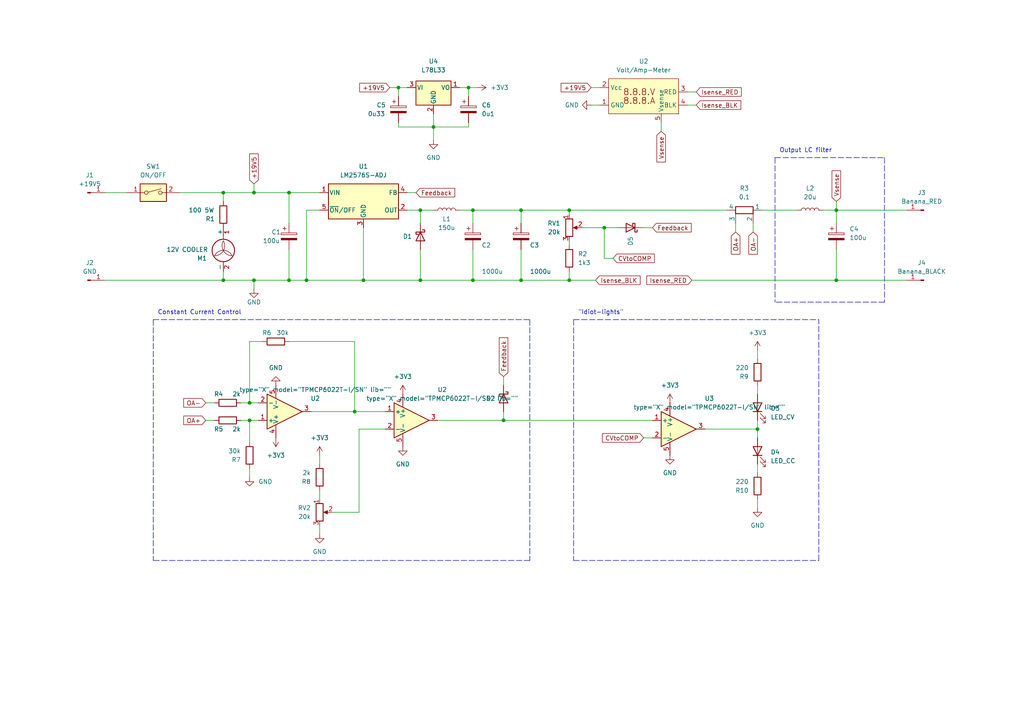
<source format=kicad_sch>
(kicad_sch (version 20211123) (generator eeschema)
  (paper "A4")
  (title_block (date "2024-04-05") (rev "5") (company "shklj"))
  (lib_symbols
    (symbol "Connector:Conn_01x01_Male" (pin_names (offset 1.016) hide)
      (property "Reference" "J" (at 0 2.54 0))
      (property "Value" "Conn_01x01_Male" (at 0 -2.54 0))
      (symbol "Conn_01x01_Male_1_1"
        (polyline (pts (xy 1.27 0) (xy 0.8636 0)) (stroke (width 0.1524)))
        (rectangle (start 0.8636 0.127) (end 0 -0.127) (stroke (width 0.1524)) (fill (type outline)))
        (pin passive line (at 5.08 0 180) (length 3.81) (name "Pin_1") (number "1"))
      )
    )
    (symbol "Device:C_Polarized" (pin_numbers hide) (pin_names (offset 0.254))
      (property "Reference" "C" (at 0.635 2.54 0))
      (property "Value" "C_Polarized" (at 0.635 -2.54 0))
      (symbol "C_Polarized_0_1"
        (rectangle (start -2.286 0.508) (end 2.286 1.016))
        (polyline (pts (xy -1.778 2.286) (xy -0.762 2.286)))
        (polyline (pts (xy -1.27 2.794) (xy -1.27 1.778)))
        (rectangle (start 2.286 -0.508) (end -2.286 -1.016) (fill (type outline)))
      )
      (symbol "C_Polarized_1_1"
        (pin passive line (at 0 3.81 270) (length 2.794) (name "~") (number "1"))
        (pin passive line (at 0 -3.81 90) (length 2.794) (name "~") (number "2"))
      )
    )
    (symbol "Device:D_Schottky" (pin_numbers hide) (pin_names (offset 1.016) hide)
      (property "Reference" "D" (at 0 2.54 0))
      (property "Value" "D_Schottky" (at 0 -2.54 0))
      (symbol "D_Schottky_0_1"
        (polyline (pts (xy 1.27 0) (xy -1.27 0)))
        (polyline (pts (xy 1.27 1.27) (xy 1.27 -1.27) (xy -1.27 0) (xy 1.27 1.27)) (stroke (width 0.254)))
        (polyline (pts (xy -1.905 0.635) (xy -1.905 1.27) (xy -1.27 1.27) (xy -1.27 -1.27) (xy -0.635 -1.27) (xy -0.635 -0.635)) (stroke (width 0.254)))
      )
      (symbol "D_Schottky_1_1"
        (pin passive line (at -3.81 0 0) (length 2.54) (name "K") (number "1"))
        (pin passive line (at 3.81 0 180) (length 2.54) (name "A") (number "2"))
      )
    )
    (symbol "Device:L" (pin_numbers hide) (pin_names (offset 1.016) hide)
      (property "Reference" "L" (at -1.27 0 90))
      (property "Value" "L" (at 1.905 0 90))
      (symbol "L_0_1"
        (arc (start 0 -2.54) (mid 0.635 -1.905) (end 0 -1.27))
        (arc (start 0 -1.27) (mid 0.635 -0.635) (end 0 0))
        (arc (start 0 0) (mid 0.635 0.635) (end 0 1.27))
        (arc (start 0 1.27) (mid 0.635 1.905) (end 0 2.54))
      )
      (symbol "L_1_1"
        (pin passive line (at 0 3.81 270) (length 1.27) (name "1") (number "1"))
        (pin passive line (at 0 -3.81 90) (length 1.27) (name "2") (number "2"))
      )
    )
    (symbol "Device:LED" (pin_numbers hide) (pin_names (offset 1.016) hide)
      (property "Reference" "D" (at 0 2.54 0))
      (property "Value" "LED" (at 0 -2.54 0))
      (symbol "LED_0_1"
        (polyline (pts (xy -1.27 -1.27) (xy -1.27 1.27)) (stroke (width 0.254)))
        (polyline (pts (xy -1.27 0) (xy 1.27 0)))
        (polyline (pts (xy 1.27 -1.27) (xy 1.27 1.27) (xy -1.27 0) (xy 1.27 -1.27)) (stroke (width 0.254)))
        (polyline (pts (xy -3.048 -0.762) (xy -4.572 -2.286) (xy -3.81 -2.286) (xy -4.572 -2.286) (xy -4.572 -1.524)))
        (polyline (pts (xy -1.778 -0.762) (xy -3.302 -2.286) (xy -2.54 -2.286) (xy -3.302 -2.286) (xy -3.302 -1.524)))
      )
      (symbol "LED_1_1"
        (pin passive line (at -3.81 0 0) (length 2.54) (name "K") (number "1"))
        (pin passive line (at 3.81 0 180) (length 2.54) (name "A") (number "2"))
      )
    )
    (symbol "Device:R" (pin_numbers hide) (pin_names (offset 0))
      (property "Reference" "R" (at 2.032 0 90))
      (property "Value" "R" (at 0 0 90))
      (symbol "R_0_1"
        (rectangle (start -1.016 -2.54) (end 1.016 2.54) (stroke (width 0.254)))
      )
      (symbol "R_1_1"
        (pin passive line (at 0 3.81 270) (length 1.27) (name "~") (number "1"))
        (pin passive line (at 0 -3.81 90) (length 1.27) (name "~") (number "2"))
      )
    )
    (symbol "Device:R_Potentiometer" (pin_names (offset 1.016) hide)
      (property "Reference" "RV" (at -4.445 0 90))
      (property "Value" "R_Potentiometer" (at -2.54 0 90))
      (symbol "R_Potentiometer_0_1"
        (polyline (pts (xy 2.54 0) (xy 1.524 0)))
        (polyline (pts (xy 1.143 0) (xy 2.286 0.508) (xy 2.286 -0.508) (xy 1.143 0)) (fill (type outline)))
        (rectangle (start 1.016 2.54) (end -1.016 -2.54) (stroke (width 0.254)))
      )
      (symbol "R_Potentiometer_1_1"
        (pin passive line (at 0 3.81 270) (length 1.27) (name "1") (number "1"))
        (pin passive line (at 3.81 0 180) (length 1.27) (name "2") (number "2"))
        (pin passive line (at 0 -3.81 90) (length 1.27) (name "3") (number "3"))
      )
    )
    (symbol "Device:R_Shunt" (pin_numbers hide) (pin_names (offset 0))
      (property "Reference" "R" (at -4.445 0 90))
      (property "Value" "R_Shunt" (at -2.54 0 90))
      (symbol "R_Shunt_0_1"
        (rectangle (start -1.016 -2.54) (end 1.016 2.54) (stroke (width 0.254)))
        (polyline (pts (xy 0 -2.54) (xy 1.27 -2.54)))
        (polyline (pts (xy 1.27 2.54) (xy 0 2.54)))
      )
      (symbol "R_Shunt_1_1"
        (pin passive line (at 0 5.08 270) (length 2.54) (name "1") (number "1"))
        (pin passive line (at 3.81 2.54 180) (length 2.54) (name "2") (number "2"))
        (pin passive line (at 3.81 -2.54 180) (length 2.54) (name "3") (number "3"))
        (pin passive line (at 0 -5.08 90) (length 2.54) (name "4") (number "4"))
      )
    )
    (symbol "Motor:Fan" (pin_names (offset 0))
      (property "Reference" "M" (at 2.54 5.08 0))
      (property "Value" "Fan" (at 2.54 -2.54 0))
      (symbol "Fan_0_1"
        (arc (start -2.54 -0.508) (mid -0.0014 0.9048) (end 0 3.81))
        (polyline (pts (xy 0 -5.08) (xy 0 -4.572)))
        (polyline (pts (xy 0 -2.2352) (xy 0 -2.6416)))
        (polyline (pts (xy 0 4.2672) (xy 0 4.6228)))
        (polyline (pts (xy 0 4.572) (xy 0 5.08)))
        (circle (center 0 1.016) (radius 3.2512) (stroke (width 0.254)))
        (arc (start 0 3.81) (mid 0.0468 0.9315) (end 2.54 -0.508))
        (arc (start 2.54 -0.508) (mid 0 1.0618) (end -2.54 -0.508))
      )
      (symbol "Fan_1_1"
        (pin passive line (at 0 7.62 270) (length 2.54) (name "+") (number "1"))
        (pin passive line (at 0 -5.08 90) (length 2.54) (name "-") (number "2"))
      )
    )
    (symbol "Regulator_Linear:L78L33_TO92" (pin_names (offset 0.254))
      (property "Reference" "U" (at -3.81 3.175 0))
      (property "Value" "L78L33_TO92" (at 0 3.175 0))
      (symbol "L78L33_TO92_0_1"
        (rectangle (start -5.08 -5.08) (end 5.08 1.905) (stroke (width 0.254)) (fill (type background)))
      )
      (symbol "L78L33_TO92_1_1"
        (pin power_out line (at 7.62 0 180) (length 2.54) (name "VO") (number "1"))
        (pin power_in line (at 0 -7.62 90) (length 2.54) (name "GND") (number "2"))
        (pin power_in line (at -7.62 0 0) (length 2.54) (name "VI") (number "3"))
      )
    )
    (symbol "Regulator_Switching:LM2576S-ADJ" (pin_names (offset 0.254))
      (property "Reference" "U" (at -10.16 6.35 0))
      (property "Value" "LM2576S-ADJ" (at 0 6.35 0))
      (symbol "LM2576S-ADJ_0_1"
        (rectangle (start -10.16 5.08) (end 10.16 -5.08) (stroke (width 0.254)) (fill (type background)))
      )
      (symbol "LM2576S-ADJ_1_1"
        (pin power_in line (at -12.7 2.54 0) (length 2.54) (name "VIN") (number "1"))
        (pin output line (at 12.7 -2.54 180) (length 2.54) (name "OUT") (number "2"))
        (pin power_in line (at 0 -7.62 90) (length 2.54) (name "GND") (number "3"))
        (pin input line (at 12.7 2.54 180) (length 2.54) (name "FB") (number "4"))
        (pin input line (at -12.7 -2.54 0) (length 2.54) (name "~{ON}/OFF") (number "5"))
      )
    )
    (symbol "Simulation_SPICE:OPAMP" (pin_names (offset 0.254))
      (property "Reference" "U" (at 3.81 3.175 0))
      (property "Value" "OPAMP" (at 3.81 -3.175 0))
      (symbol "OPAMP_0_1"
        (polyline (pts (xy 5.08 0) (xy -5.08 5.08) (xy -5.08 -5.08) (xy 5.08 0)) (stroke (width 0.254)) (fill (type background)))
      )
      (symbol "OPAMP_1_1"
        (pin input line (at -7.62 2.54 0) (length 2.54) (name "+") (number "1"))
        (pin input line (at -7.62 -2.54 0) (length 2.54) (name "-") (number "2"))
        (pin output line (at 7.62 0 180) (length 2.54) (name "~") (number "3"))
        (pin power_in line (at -2.54 7.62 270) (length 3.81) (name "V+") (number "4"))
        (pin power_in line (at -2.54 -7.62 90) (length 3.81) (name "V-") (number "5"))
      )
    )
    (symbol "Switch:SW_DIP_x01" (pin_names (offset 0) hide)
      (property "Reference" "SW" (at 0 3.81 0))
      (property "Value" "SW_DIP_x01" (at 0 -3.81 0))
      (symbol "SW_DIP_x01_0_0"
        (circle (center -2.032 0) (radius 0.508))
        (polyline (pts (xy -1.524 0.127) (xy 2.3622 1.1684)))
        (circle (center 2.032 0) (radius 0.508))
      )
      (symbol "SW_DIP_x01_0_1"
        (rectangle (start -3.81 2.54) (end 3.81 -2.54) (stroke (width 0.254)) (fill (type background)))
      )
      (symbol "SW_DIP_x01_1_1"
        (pin passive line (at -7.62 0 0) (length 5.08) (name "~") (number "1"))
        (pin passive line (at 7.62 0 180) (length 5.08) (name "~") (number "2"))
      )
    )
    (symbol "Volt{slash}Amp-Meter_1"
      (property "Reference" "U1" (at 0 10.16 0))
      (property "Value" "Volt/Amp-Meter" (at 0 7.62 0))
      (symbol "Volt{slash}Amp-Meter_1_0_0"
        (text "8.8.8.A" (at -1.27 -1.27 0) (effects (font (size 1.8 1.8))))
        (text "8.8.8.V" (at -1.27 1.27 0) (effects (font (size 1.8 1.8))))
      )
      (symbol "Volt{slash}Amp-Meter_1_0_1"
        (rectangle (start 10.16 -5.08) (end -10.16 5.08) (fill (type background)))
      )
      (symbol "Volt{slash}Amp-Meter_1_1_1"
        (pin input line (at -12.7 -2.54 0) (length 2.54) (name "GND") (number "1"))
        (pin input line (at -12.7 2.54 0) (length 2.54) (name "Vcc") (number "2"))
        (pin input line (at 12.7 1.27 180) (length 2.54) (name "RED") (number "3"))
        (pin input line (at 12.7 -2.54 180) (length 2.54) (name "BLK") (number "4"))
        (pin input line (at 5.08 -7.62 90) (length 2.54) (name "Vsense") (number "5"))
      )
    )
    (symbol "power:+3V3" (power) (pin_names (offset 0))
      (property "Value" "+3V3" (at 0 3.556 0))
      (symbol "+3V3_0_1"
        (polyline (pts (xy -0.762 1.27) (xy 0 2.54)))
        (polyline (pts (xy 0 0) (xy 0 2.54)))
        (polyline (pts (xy 0 2.54) (xy 0.762 1.27)))
      )
      (symbol "+3V3_1_1"
        (pin power_in line (at 0 0 90) (length 0) hide (name "+3V3") (number "1"))
      )
    )
    (symbol "power:GND" (power) (pin_names (offset 0))
      (property "Value" "GND" (at 0 -3.81 0))
      (symbol "GND_0_1"
        (polyline (pts (xy 0 0) (xy 0 -1.27) (xy 1.27 -1.27) (xy 0 -2.54) (xy -1.27 -1.27) (xy 0 -1.27)))
      )
      (symbol "GND_1_1"
        (pin power_in line (at 0 0 270) (length 0) hide (name "GND") (number "1"))
      )
    )
  )
  (junction (at 105.41 81.28))
  (junction (at 121.92 60.96))
  (junction (at 175.26 66.04))
  (junction (at 242.57 81.28))
  (junction (at 115.57 25.4))
  (junction (at 72.39 116.84))
  (junction (at 137.16 60.96))
  (junction (at 125.73 36.83))
  (junction (at 151.13 60.96))
  (junction (at 64.77 55.88))
  (junction (at 73.66 81.28))
  (junction (at 73.66 55.88))
  (junction (at 146.05 121.92))
  (junction (at 83.82 55.88))
  (junction (at 219.71 124.46))
  (junction (at 137.16 81.28))
  (junction (at 151.13 81.28))
  (junction (at 165.1 81.28))
  (junction (at 135.89 25.4))
  (junction (at 88.9 81.28))
  (junction (at 83.82 81.28))
  (junction (at 242.57 60.96))
  (junction (at 72.39 121.92))
  (junction (at 102.87 119.38))
  (junction (at 121.92 81.28))
  (junction (at 165.1 60.96))
  (junction (at 64.77 81.28))
  (wire (pts (xy 137.16 60.96) (xy 151.13 60.96)))
  (wire (pts (xy 151.13 60.96) (xy 165.1 60.96)))
  (wire (pts (xy 104.14 148.59) (xy 104.14 124.46)))
  (wire (pts (xy 168.91 66.04) (xy 175.26 66.04)))
  (wire (pts (xy 121.92 72.39) (xy 121.92 81.28)))
  (wire (pts (xy 92.71 142.24) (xy 92.71 144.78)))
  (wire (pts (xy 219.71 134.62) (xy 219.71 137.16)))
  (wire (pts (xy 171.45 30.48) (xy 173.99 30.48)))
  (wire (pts (xy 102.87 119.38) (xy 111.76 119.38)))
  (polyline (pts (xy 166.37 162.56) (xy 237.49 162.56)))
  (wire (pts (xy 105.41 66.04) (xy 105.41 81.28)))
  (wire (pts (xy 69.85 116.84) (xy 72.39 116.84)))
  (wire (pts (xy 218.44 64.77) (xy 218.44 67.31)))
  (polyline (pts (xy 224.79 45.72) (xy 256.54 45.72)))
  (wire (pts (xy 242.57 60.96) (xy 238.76 60.96)))
  (polyline (pts (xy 44.45 92.71) (xy 153.67 92.71)))
  (wire (pts (xy 133.35 60.96) (xy 137.16 60.96)))
  (polyline (pts (xy 153.67 92.71) (xy 153.67 162.56)))
  (wire (pts (xy 64.77 78.74) (xy 64.77 81.28)))
  (wire (pts (xy 135.89 36.83) (xy 125.73 36.83)))
  (wire (pts (xy 92.71 152.4) (xy 92.71 154.94)))
  (wire (pts (xy 219.71 144.78) (xy 219.71 147.32)))
  (polyline (pts (xy 166.37 92.71) (xy 166.37 162.56)))
  (wire (pts (xy 219.71 111.76) (xy 219.71 114.3)))
  (wire (pts (xy 125.73 33.02) (xy 125.73 36.83)))
  (wire (pts (xy 151.13 81.28) (xy 137.16 81.28)))
  (wire (pts (xy 151.13 81.28) (xy 165.1 81.28)))
  (wire (pts (xy 165.1 60.96) (xy 210.82 60.96)))
  (wire (pts (xy 30.48 81.28) (xy 64.77 81.28)))
  (wire (pts (xy 83.82 99.06) (xy 102.87 99.06)))
  (wire (pts (xy 242.57 72.39) (xy 242.57 81.28)))
  (wire (pts (xy 83.82 55.88) (xy 83.82 64.77)))
  (wire (pts (xy 72.39 121.92) (xy 69.85 121.92)))
  (wire (pts (xy 64.77 58.42) (xy 64.77 55.88)))
  (wire (pts (xy 73.66 81.28) (xy 73.66 83.82)))
  (wire (pts (xy 199.39 30.48) (xy 201.93 30.48)))
  (wire (pts (xy 146.05 109.22) (xy 146.05 111.76)))
  (wire (pts (xy 30.48 55.88) (xy 36.83 55.88)))
  (wire (pts (xy 105.41 81.28) (xy 121.92 81.28)))
  (wire (pts (xy 191.77 35.56) (xy 191.77 38.1)))
  (wire (pts (xy 102.87 99.06) (xy 102.87 119.38)))
  (wire (pts (xy 88.9 81.28) (xy 105.41 81.28)))
  (polyline (pts (xy 224.79 45.72) (xy 224.79 87.63)))
  (polyline (pts (xy 256.54 87.63) (xy 224.79 87.63)))
  (wire (pts (xy 137.16 60.96) (xy 137.16 64.77)))
  (wire (pts (xy 165.1 78.74) (xy 165.1 81.28)))
  (wire (pts (xy 72.39 135.89) (xy 72.39 138.43)))
  (wire (pts (xy 135.89 25.4) (xy 138.43 25.4)))
  (wire (pts (xy 59.69 116.84) (xy 62.23 116.84)))
  (wire (pts (xy 219.71 124.46) (xy 219.71 127)))
  (wire (pts (xy 52.07 55.88) (xy 64.77 55.88)))
  (wire (pts (xy 175.26 66.04) (xy 179.07 66.04)))
  (wire (pts (xy 220.98 60.96) (xy 231.14 60.96)))
  (wire (pts (xy 165.1 62.23) (xy 165.1 60.96)))
  (wire (pts (xy 242.57 81.28) (xy 262.89 81.28)))
  (wire (pts (xy 165.1 71.12) (xy 165.1 69.85)))
  (wire (pts (xy 137.16 81.28) (xy 121.92 81.28)))
  (wire (pts (xy 64.77 81.28) (xy 73.66 81.28)))
  (polyline (pts (xy 256.54 45.72) (xy 256.54 87.63)))
  (wire (pts (xy 213.36 64.77) (xy 213.36 67.31)))
  (wire (pts (xy 76.2 99.06) (xy 72.39 99.06)))
  (wire (pts (xy 115.57 25.4) (xy 115.57 27.94)))
  (wire (pts (xy 83.82 72.39) (xy 83.82 81.28)))
  (wire (pts (xy 104.14 124.46) (xy 111.76 124.46)))
  (wire (pts (xy 165.1 81.28) (xy 172.72 81.28)))
  (wire (pts (xy 135.89 35.56) (xy 135.89 36.83)))
  (wire (pts (xy 127 121.92) (xy 146.05 121.92)))
  (wire (pts (xy 146.05 121.92) (xy 189.23 121.92)))
  (polyline (pts (xy 166.37 92.71) (xy 237.49 92.71)))
  (wire (pts (xy 175.26 74.93) (xy 175.26 66.04)))
  (wire (pts (xy 242.57 58.42) (xy 242.57 60.96)))
  (wire (pts (xy 72.39 116.84) (xy 74.93 116.84)))
  (wire (pts (xy 200.66 81.28) (xy 242.57 81.28)))
  (wire (pts (xy 83.82 55.88) (xy 92.71 55.88)))
  (wire (pts (xy 204.47 124.46) (xy 219.71 124.46)))
  (wire (pts (xy 88.9 60.96) (xy 88.9 81.28)))
  (wire (pts (xy 96.52 148.59) (xy 104.14 148.59)))
  (wire (pts (xy 146.05 119.38) (xy 146.05 121.92)))
  (wire (pts (xy 92.71 60.96) (xy 88.9 60.96)))
  (wire (pts (xy 186.69 66.04) (xy 189.23 66.04)))
  (wire (pts (xy 133.35 25.4) (xy 135.89 25.4)))
  (wire (pts (xy 137.16 72.39) (xy 137.16 81.28)))
  (wire (pts (xy 72.39 121.92) (xy 72.39 128.27)))
  (wire (pts (xy 135.89 25.4) (xy 135.89 27.94)))
  (polyline (pts (xy 44.45 92.71) (xy 44.45 162.56)))
  (wire (pts (xy 115.57 25.4) (xy 118.11 25.4)))
  (wire (pts (xy 177.8 74.93) (xy 175.26 74.93)))
  (wire (pts (xy 186.69 127) (xy 189.23 127)))
  (wire (pts (xy 199.39 26.67) (xy 201.93 26.67)))
  (wire (pts (xy 113.03 25.4) (xy 115.57 25.4)))
  (wire (pts (xy 73.66 55.88) (xy 83.82 55.88)))
  (wire (pts (xy 118.11 60.96) (xy 121.92 60.96)))
  (wire (pts (xy 115.57 35.56) (xy 115.57 36.83)))
  (wire (pts (xy 74.93 121.92) (xy 72.39 121.92)))
  (wire (pts (xy 118.11 55.88) (xy 120.65 55.88)))
  (polyline (pts (xy 237.49 162.56) (xy 237.49 92.71)))
  (wire (pts (xy 171.45 25.4) (xy 173.99 25.4)))
  (wire (pts (xy 92.71 132.08) (xy 92.71 134.62)))
  (wire (pts (xy 59.69 121.92) (xy 62.23 121.92)))
  (wire (pts (xy 73.66 81.28) (xy 83.82 81.28)))
  (wire (pts (xy 115.57 36.83) (xy 125.73 36.83)))
  (wire (pts (xy 90.17 119.38) (xy 102.87 119.38)))
  (wire (pts (xy 242.57 60.96) (xy 262.89 60.96)))
  (wire (pts (xy 121.92 60.96) (xy 125.73 60.96)))
  (wire (pts (xy 73.66 53.34) (xy 73.66 55.88)))
  (wire (pts (xy 121.92 64.77) (xy 121.92 60.96)))
  (wire (pts (xy 125.73 36.83) (xy 125.73 40.64)))
  (wire (pts (xy 83.82 81.28) (xy 88.9 81.28)))
  (wire (pts (xy 151.13 60.96) (xy 151.13 64.77)))
  (wire (pts (xy 64.77 55.88) (xy 73.66 55.88)))
  (polyline (pts (xy 153.67 162.56) (xy 44.45 162.56)))
  (wire (pts (xy 151.13 72.39) (xy 151.13 81.28)))
  (wire (pts (xy 72.39 99.06) (xy 72.39 116.84)))
  (wire (pts (xy 219.71 101.6) (xy 219.71 104.14)))
  (wire (pts (xy 219.71 121.92) (xy 219.71 124.46)))
  (wire (pts (xy 242.57 64.77) (xy 242.57 60.96)))
  (text "Constant Current Control" (at 45.72 91.44 0) (effects (font (size 1.27 1.27)) (justify left bottom)))
  (text "\"Idiot-lights\"" (at 167.64 91.44 0) (effects (font (size 1.27 1.27)) (justify left bottom)))
  (text "Output LC filter" (at 226.06 44.45 0) (effects (font (size 1.27 1.27)) (justify left bottom)))
  (global_label "+19V5" (shape input) (at 73.66 53.34 90) (property "Intersheet References" "${INTERSHEET_REFS}" (effects hide)))
  (global_label "OA-" (shape input) (at 218.44 67.31 270) (property "Intersheet References" "${INTERSHEET_REFS}" (effects hide)))
  (global_label "+19V5" (shape input) (at 113.03 25.4 180) (property "Intersheet References" "${INTERSHEET_REFS}" (effects hide)))
  (global_label "Feedback" (shape input) (at 189.23 66.04 0) (property "Intersheet References" "${INTERSHEET_REFS}" (effects hide)))
  (global_label "Feedback" (shape input) (at 120.65 55.88 0) (property "Intersheet References" "${INTERSHEET_REFS}" (effects hide)))
  (global_label "Vsense" (shape input) (at 191.77 38.1 270) (property "Intersheet References" "${INTERSHEET_REFS}" (effects hide)))
  (global_label "Isense_RED" (shape input) (at 200.66 81.28 180) (property "Intersheet References" "${INTERSHEET_REFS}" (effects hide)))
  (global_label "Isense_BLK" (shape input) (at 201.93 30.48 0) (property "Intersheet References" "${INTERSHEET_REFS}" (effects hide)))
  (global_label "OA-" (shape input) (at 59.69 116.84 180) (property "Intersheet References" "${INTERSHEET_REFS}" (effects hide)))
  (global_label "Isense_BLK" (shape input) (at 172.72 81.28 0) (property "Intersheet References" "${INTERSHEET_REFS}" (effects hide)))
  (global_label "OA+" (shape input) (at 59.69 121.92 180) (property "Intersheet References" "${INTERSHEET_REFS}" (effects hide)))
  (global_label "Vsense" (shape input) (at 242.57 58.42 90) (property "Intersheet References" "${INTERSHEET_REFS}" (effects hide)))
  (global_label "Isense_RED" (shape input) (at 201.93 26.67 0) (property "Intersheet References" "${INTERSHEET_REFS}" (effects hide)))
  (global_label "CVtoCOMP" (shape input) (at 177.8 74.93 0) (property "Intersheet References" "${INTERSHEET_REFS}" (effects hide)))
  (global_label "OA+" (shape input) (at 213.36 67.31 270) (property "Intersheet References" "${INTERSHEET_REFS}" (effects hide)))
  (global_label "+19V5" (shape input) (at 171.45 25.4 180) (property "Intersheet References" "${INTERSHEET_REFS}" (effects hide)))
  (global_label "Feedback" (shape input) (at 146.05 109.22 90) (property "Intersheet References" "${INTERSHEET_REFS}" (effects hide)))
  (global_label "CVtoCOMP" (shape input) (at 186.69 127 180) (property "Intersheet References" "${INTERSHEET_REFS}" (effects hide)))
  (symbol (lib_id "power:GND") (at 219.71 147.32 0) (unit 1)
    (property "Reference" "#PWR?" (effects hide))
    (property "Value" "GND" (at 219.71 152.4 0))
  )
  (symbol (lib_id "Device:R") (at 72.39 132.08 180) (unit 1)
    (property "Reference" "R7" (at 69.85 133.35 0) (effects (justify left)))
    (property "Value" "30k" (at 69.85 130.81 0) (effects (justify left)))
  )
  (symbol (lib_id "Device:C_Polarized") (at 137.16 68.58 0) (unit 1)
    (property "Reference" "C2" (at 139.7 71.12 0) (effects (justify left)))
    (property "Value" "1000u" (at 139.7 78.74 0) (effects (justify left)))
  )
  (symbol (lib_id "Device:L") (at 129.54 60.96 90) (unit 1)
    (property "Reference" "L1" (at 129.54 63.5 90))
    (property "Value" "150u" (at 129.54 66.04 90))
  )
  (symbol (lib_id "power:GND") (at 125.73 40.64 0) (unit 1)
    (property "Reference" "#PWR?" (effects hide))
    (property "Value" "GND" (at 125.73 45.72 0))
  )
  (symbol (lib_id "Device:R") (at 66.04 116.84 90) (mirror x) (unit 1)
    (property "Reference" "R4" (at 64.77 114.3 90) (effects (justify left)))
    (property "Value" "2k" (at 69.85 114.3 90) (effects (justify left)))
  )
  (symbol (lib_id "Device:R_Potentiometer") (at 92.71 148.59 0) (unit 1)
    (property "Reference" "RV2" (at 90.17 147.3199 0) (effects (justify right)))
    (property "Value" "20k" (at 90.17 149.8599 0) (effects (justify right)))
  )
  (symbol (lib_id "Connector:Conn_01x01_Male") (at 25.4 81.28 0) (unit 1)
    (property "Reference" "J2" (at 26.035 76.2 0))
    (property "Value" "GND" (at 26.035 78.74 0))
  )
  (symbol (lib_id "Connector:Conn_01x01_Male") (at 25.4 55.88 0) (unit 1)
    (property "Reference" "J1" (at 26.035 50.8 0))
    (property "Value" "+19V5" (at 26.035 53.34 0))
  )
  (symbol (lib_id "power:+3V3") (at 116.84 114.3 0) (unit 1)
    (property "Reference" "#PWR?" (effects hide))
    (property "Value" "+3V3" (at 116.84 109.22 0))
  )
  (symbol (lib_id "Device:R") (at 66.04 121.92 90) (mirror x) (unit 1)
    (property "Reference" "R5" (at 64.77 124.46 90) (effects (justify left)))
    (property "Value" "2k" (at 69.85 124.46 90) (effects (justify left)))
  )
  (symbol (lib_id "Device:R_Shunt") (at 215.9 60.96 270) (unit 1)
    (property "Reference" "R3" (at 215.9 54.61 90))
    (property "Value" "0.1" (at 215.9 57.15 90))
  )
  (symbol (lib_id "Switch:SW_DIP_x01") (at 44.45 55.88 0) (unit 1)
    (property "Reference" "SW1" (at 44.45 48.26 0))
    (property "Value" "ON/OFF" (at 44.45 50.8 0))
  )
  (symbol (lib_id "power:+3V3") (at 80.01 127 0) (mirror x) (unit 1)
    (property "Reference" "#PWR?" (effects hide))
    (property "Value" "+3V3" (at 80.01 132.08 0))
  )
  (symbol (lib_id "Device:C_Polarized") (at 83.82 68.58 0) (unit 1)
    (property "Reference" "C1" (at 78.74 67.31 0) (effects (justify left)))
    (property "Value" "100u" (at 76.2 69.85 0) (effects (justify left)))
  )
  (symbol (lib_id "Device:R") (at 64.77 62.23 180) (unit 1)
    (property "Reference" "R1" (at 60.96 63.5 0))
    (property "Value" "100 5W" (at 58.42 60.96 0))
  )
  (symbol (lib_id "Motor:Fan") (at 64.77 73.66 0) (unit 1)
    (property "Reference" "M1" (at 57.15 74.93 0) (effects (justify left)))
    (property "Value" "12V COOLER" (at 48.26 72.39 0) (effects (justify left)))
  )
  (symbol (lib_id "Device:R_Potentiometer") (at 165.1 66.04 0) (unit 1)
    (property "Reference" "RV1" (at 162.56 64.7699 0) (effects (justify right)))
    (property "Value" "20k" (at 162.56 67.3099 0) (effects (justify right)))
  )
  (symbol (lib_id "Device:D_Schottky") (at 121.92 68.58 270) (unit 1)
    (property "Reference" "D1" (at 116.84 68.58 90) (effects (justify left)))
    (property "Value" "D_Schottky" (effects hide))
  )
  (symbol (lib_id "Regulator_Linear:L78L33_TO92") (at 125.73 25.4 0) (unit 1)
    (property "Reference" "U4" (at 125.73 17.78 0))
    (property "Value" "L78L33" (at 125.73 20.32 0))
    (property "Footprint" "Package_TO_SOT_THT:TO-92_Inline" (effects hide))
    (property "Datasheet" "http://www.st.com/content/ccc/resource/technical/document/datasheet/15/55/e5/aa/23/5b/43/fd/CD00000446.pdf/files/CD00000446.pdf/jcr:content/translations/en.CD00000446.pdf" (effects hide))
  )
  (symbol (lib_id "power:GND") (at 171.45 30.48 270) (unit 1)
    (property "Reference" "#PWR?" (effects hide))
    (property "Value" "GND" (at 163.83 30.48 90) (effects (justify left)))
  )
  (symbol (lib_id "power:GND") (at 116.84 129.54 0) (unit 1)
    (property "Reference" "#PWR?" (effects hide))
    (property "Value" "GND" (at 116.84 134.62 0))
  )
  (symbol (lib_id "Regulator_Switching:LM2576S-ADJ") (at 105.41 58.42 0) (unit 1)
    (property "Reference" "U1" (at 105.41 48.26 0))
    (property "Value" "LM2576S-ADJ" (at 105.41 50.8 0))
    (property "Footprint" "Package_TO_SOT_SMD:TO-263-5_TabPin3" (effects hide))
    (property "Datasheet" "http://www.ti.com/lit/ds/symlink/lm2576.pdf" (effects hide))
  )
  (symbol (lib_id "power:GND") (at 73.66 83.82 0) (unit 1)
    (property "Reference" "#PWR?" (effects hide))
    (property "Value" "GND" (at 73.66 87.63 0))
  )
  (symbol (lib_name "Volt{slash}Amp-Meter_1") (lib_id "My-Library:Volt{slash}Amp-Meter") (at 186.69 27.94 0) (unit 1)
    (property "Reference" "U2" (at 186.69 17.78 0))
    (property "Value" "Volt/Amp-Meter" (at 186.69 20.32 0))
  )
  (symbol (lib_id "power:+3V3") (at 138.43 25.4 270) (mirror x) (unit 1)
    (property "Reference" "#PWR?" (effects hide))
    (property "Value" "+3V3" (at 142.24 25.3999 90) (effects (justify left)))
  )
  (symbol (lib_id "Device:L") (at 234.95 60.96 90) (unit 1)
    (property "Reference" "L2" (at 234.95 54.61 90))
    (property "Value" "20u" (at 234.95 57.15 90))
  )
  (symbol (lib_id "power:+3V3") (at 194.31 116.84 0) (unit 1)
    (property "Reference" "#PWR?" (effects hide))
    (property "Value" "+3V3" (at 194.31 111.76 0))
  )
  (symbol (lib_id "Device:D_Schottky") (at 182.88 66.04 180) (unit 1)
    (property "Reference" "D5" (at 182.88 68.58 90) (effects (justify left)))
    (property "Value" "D_Schottky" (effects hide))
  )
  (symbol (lib_id "Device:LED") (at 219.71 130.81 90) (unit 1)
    (property "Reference" "D4" (at 223.52 131.1274 90) (effects (justify right)))
    (property "Value" "LED_CC" (at 223.52 133.6674 90) (effects (justify right)))
  )
  (symbol (lib_id "power:GND") (at 72.39 138.43 0) (mirror y) (unit 1)
    (property "Reference" "#PWR?" (effects hide))
    (property "Value" "GND" (at 74.93 139.6999 0) (effects (justify right)))
  )
  (symbol (lib_id "Device:R") (at 92.71 138.43 180) (unit 1)
    (property "Reference" "R8" (at 90.17 139.7 0) (effects (justify left)))
    (property "Value" "2k" (at 90.17 137.16 0) (effects (justify left)))
  )
  (symbol (lib_id "Connector:Conn_01x01_Male") (at 267.97 60.96 180) (unit 1)
    (property "Reference" "J3" (at 267.335 55.88 0))
    (property "Value" "Banana_RED" (at 267.335 58.42 0))
  )
  (symbol (lib_id "Connector:Conn_01x01_Male") (at 267.97 81.28 180) (unit 1)
    (property "Reference" "J4" (at 267.335 76.2 0))
    (property "Value" "Banana_BLACK" (at 267.335 78.74 0))
  )
  (symbol (lib_id "Device:R") (at 80.01 99.06 90) (unit 1)
    (property "Reference" "R6" (at 78.74 96.52 90) (effects (justify left)))
    (property "Value" "30k" (at 83.82 96.52 90) (effects (justify left)))
  )
  (symbol (lib_id "Device:C_Polarized") (at 151.13 68.58 0) (unit 1)
    (property "Reference" "C3" (at 153.67 71.12 0) (effects (justify left)))
    (property "Value" "1000u" (at 153.67 78.74 0) (effects (justify left)))
  )
  (symbol (lib_id "Device:D_Schottky") (at 146.05 115.57 270) (unit 1)
    (property "Reference" "D2" (at 140.97 115.57 90) (effects (justify left)))
    (property "Value" "D_Schottky" (effects hide))
  )
  (symbol (lib_id "Device:R") (at 219.71 140.97 180) (unit 1)
    (property "Reference" "R10" (at 217.17 142.24 0) (effects (justify left)))
    (property "Value" "220" (at 217.17 139.7 0) (effects (justify left)))
  )
  (symbol (lib_id "Simulation_SPICE:OPAMP") (at 119.38 121.92 0) (unit 1)
    (property "Reference" "U2" (at 128.27 113.03 0))
    (property "Value" "TPMCP6022T-I/SN" (at 128.27 115.57 0))
    (property "Spice_Netlist_Enabled" "Y" (effects hide))
    (property "Spice_Primitive" "X" (effects hide))
  )
  (symbol (lib_id "Simulation_SPICE:OPAMP") (at 82.55 119.38 0) (mirror x) (unit 1)
    (property "Reference" "U2" (at 91.44 115.57 0))
    (property "Value" "TPMCP6022T-I/SN" (at 91.44 113.03 0))
    (property "Spice_Netlist_Enabled" "Y" (effects hide))
    (property "Spice_Primitive" "X" (effects hide))
  )
  (symbol (lib_id "power:GND") (at 194.31 132.08 0) (unit 1)
    (property "Reference" "#PWR?" (effects hide))
    (property "Value" "GND" (at 194.31 137.16 0))
  )
  (symbol (lib_id "power:GND") (at 80.01 111.76 0) (mirror x) (unit 1)
    (property "Reference" "#PWR?" (effects hide))
    (property "Value" "GND" (at 80.01 106.68 0))
  )
  (symbol (lib_id "power:+3V3") (at 92.71 132.08 0) (unit 1)
    (property "Reference" "#PWR?" (effects hide))
    (property "Value" "+3V3" (at 92.71 127 0))
  )
  (symbol (lib_id "Device:R") (at 219.71 107.95 180) (unit 1)
    (property "Reference" "R9" (at 217.17 109.22 0) (effects (justify left)))
    (property "Value" "220" (at 217.17 106.68 0) (effects (justify left)))
  )
  (symbol (lib_id "Device:LED") (at 219.71 118.11 90) (unit 1)
    (property "Reference" "D3" (at 223.52 118.4274 90) (effects (justify right)))
    (property "Value" "LED_CV" (at 223.52 120.9674 90) (effects (justify right)))
  )
  (symbol (lib_id "Device:C_Polarized") (at 115.57 31.75 0) (unit 1)
    (property "Reference" "C5" (at 109.22 30.48 0) (effects (justify left)))
    (property "Value" "0u33" (at 106.68 33.02 0) (effects (justify left)))
  )
  (symbol (lib_id "power:GND") (at 92.71 154.94 0) (unit 1)
    (property "Reference" "#PWR?" (effects hide))
    (property "Value" "GND" (at 92.71 160.02 0))
  )
  (symbol (lib_id "Device:R") (at 165.1 74.93 0) (unit 1)
    (property "Reference" "R2" (at 167.64 73.6599 0) (effects (justify left)))
    (property "Value" "1k3" (at 167.64 76.1999 0) (effects (justify left)))
  )
  (symbol (lib_id "Device:C_Polarized") (at 135.89 31.75 0) (unit 1)
    (property "Reference" "C6" (at 139.7 30.48 0) (effects (justify left)))
    (property "Value" "0u1" (at 139.7 33.02 0) (effects (justify left)))
  )
  (symbol (lib_id "power:+3V3") (at 219.71 101.6 0) (unit 1)
    (property "Reference" "#PWR?" (effects hide))
    (property "Value" "+3V3" (at 219.71 96.52 0))
  )
  (symbol (lib_id "Device:C_Polarized") (at 242.57 68.58 0) (unit 1)
    (property "Reference" "C4" (at 246.38 66.4209 0) (effects (justify left)))
    (property "Value" "100u" (at 246.38 68.9609 0) (effects (justify left)))
  )
  (symbol (lib_id "Simulation_SPICE:OPAMP") (at 196.85 124.46 0) (unit 1)
    (property "Reference" "U3" (at 205.74 115.57 0))
    (property "Value" "TPMCP6022T-I/SN" (at 205.74 118.11 0))
    (property "Spice_Netlist_Enabled" "Y" (effects hide))
    (property "Spice_Primitive" "X" (effects hide))
  )
)
</source>
